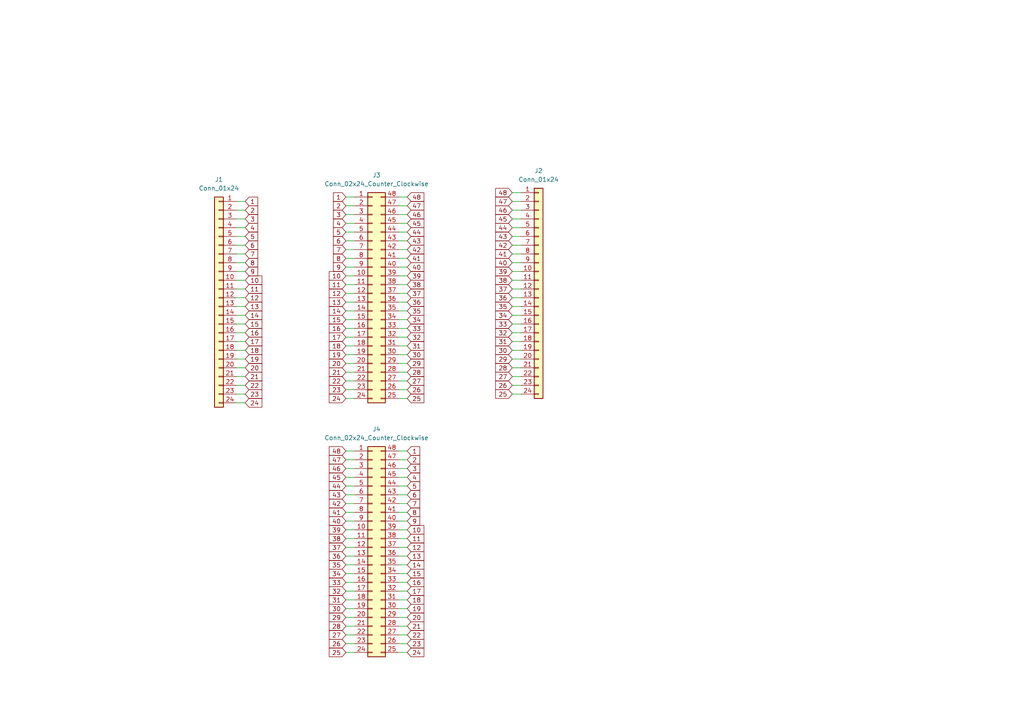
<source format=kicad_sch>
(kicad_sch (version 20230121) (generator eeschema)
  (paper "A4")
  (lib_symbols
    (symbol "Connector_Generic:Conn_01x24" (pin_names (offset 1.016) hide)
      (property "Reference" "J" (at 0 30.48 0))
      (property "Value" "Conn_01x24" (at 0 -33.02 0))
      (symbol "Conn_01x24_1_1"
        (rectangle (start -1.27 -30.353) (end 0 -30.607) (stroke (width 0.1524)))
        (rectangle (start -1.27 -27.813) (end 0 -28.067) (stroke (width 0.1524)))
        (rectangle (start -1.27 -25.273) (end 0 -25.527) (stroke (width 0.1524)))
        (rectangle (start -1.27 -22.733) (end 0 -22.987) (stroke (width 0.1524)))
        (rectangle (start -1.27 -20.193) (end 0 -20.447) (stroke (width 0.1524)))
        (rectangle (start -1.27 -17.653) (end 0 -17.907) (stroke (width 0.1524)))
        (rectangle (start -1.27 -15.113) (end 0 -15.367) (stroke (width 0.1524)))
        (rectangle (start -1.27 -12.573) (end 0 -12.827) (stroke (width 0.1524)))
        (rectangle (start -1.27 -10.033) (end 0 -10.287) (stroke (width 0.1524)))
        (rectangle (start -1.27 -7.493) (end 0 -7.747) (stroke (width 0.1524)))
        (rectangle (start -1.27 -4.953) (end 0 -5.207) (stroke (width 0.1524)))
        (rectangle (start -1.27 -2.413) (end 0 -2.667) (stroke (width 0.1524)))
        (rectangle (start -1.27 0.127) (end 0 -0.127) (stroke (width 0.1524)))
        (rectangle (start -1.27 2.667) (end 0 2.413) (stroke (width 0.1524)))
        (rectangle (start -1.27 5.207) (end 0 4.953) (stroke (width 0.1524)))
        (rectangle (start -1.27 7.747) (end 0 7.493) (stroke (width 0.1524)))
        (rectangle (start -1.27 10.287) (end 0 10.033) (stroke (width 0.1524)))
        (rectangle (start -1.27 12.827) (end 0 12.573) (stroke (width 0.1524)))
        (rectangle (start -1.27 15.367) (end 0 15.113) (stroke (width 0.1524)))
        (rectangle (start -1.27 17.907) (end 0 17.653) (stroke (width 0.1524)))
        (rectangle (start -1.27 20.447) (end 0 20.193) (stroke (width 0.1524)))
        (rectangle (start -1.27 22.987) (end 0 22.733) (stroke (width 0.1524)))
        (rectangle (start -1.27 25.527) (end 0 25.273) (stroke (width 0.1524)))
        (rectangle (start -1.27 28.067) (end 0 27.813) (stroke (width 0.1524)))
        (rectangle (start -1.27 29.21) (end 1.27 -31.75) (stroke (width 0.254)) (fill (type background)))
        (pin passive line (at -5.08 27.94 0) (length 3.81) (name "Pin_1") (number "1"))
        (pin passive line (at -5.08 5.08 0) (length 3.81) (name "Pin_10") (number "10"))
        (pin passive line (at -5.08 2.54 0) (length 3.81) (name "Pin_11") (number "11"))
        (pin passive line (at -5.08 0 0) (length 3.81) (name "Pin_12") (number "12"))
        (pin passive line (at -5.08 -2.54 0) (length 3.81) (name "Pin_13") (number "13"))
        (pin passive line (at -5.08 -5.08 0) (length 3.81) (name "Pin_14") (number "14"))
        (pin passive line (at -5.08 -7.62 0) (length 3.81) (name "Pin_15") (number "15"))
        (pin passive line (at -5.08 -10.16 0) (length 3.81) (name "Pin_16") (number "16"))
        (pin passive line (at -5.08 -12.7 0) (length 3.81) (name "Pin_17") (number "17"))
        (pin passive line (at -5.08 -15.24 0) (length 3.81) (name "Pin_18") (number "18"))
        (pin passive line (at -5.08 -17.78 0) (length 3.81) (name "Pin_19") (number "19"))
        (pin passive line (at -5.08 25.4 0) (length 3.81) (name "Pin_2") (number "2"))
        (pin passive line (at -5.08 -20.32 0) (length 3.81) (name "Pin_20") (number "20"))
        (pin passive line (at -5.08 -22.86 0) (length 3.81) (name "Pin_21") (number "21"))
        (pin passive line (at -5.08 -25.4 0) (length 3.81) (name "Pin_22") (number "22"))
        (pin passive line (at -5.08 -27.94 0) (length 3.81) (name "Pin_23") (number "23"))
        (pin passive line (at -5.08 -30.48 0) (length 3.81) (name "Pin_24") (number "24"))
        (pin passive line (at -5.08 22.86 0) (length 3.81) (name "Pin_3") (number "3"))
        (pin passive line (at -5.08 20.32 0) (length 3.81) (name "Pin_4") (number "4"))
        (pin passive line (at -5.08 17.78 0) (length 3.81) (name "Pin_5") (number "5"))
        (pin passive line (at -5.08 15.24 0) (length 3.81) (name "Pin_6") (number "6"))
        (pin passive line (at -5.08 12.7 0) (length 3.81) (name "Pin_7") (number "7"))
        (pin passive line (at -5.08 10.16 0) (length 3.81) (name "Pin_8") (number "8"))
        (pin passive line (at -5.08 7.62 0) (length 3.81) (name "Pin_9") (number "9"))
      )
    )
    (symbol "Connector_Generic:Conn_02x24_Counter_Clockwise" (pin_names (offset 1.016) hide)
      (property "Reference" "J" (at 1.27 30.48 0))
      (property "Value" "Conn_02x24_Counter_Clockwise" (at 1.27 -33.02 0))
      (symbol "Conn_02x24_Counter_Clockwise_1_1"
        (rectangle (start -1.27 -30.353) (end 0 -30.607) (stroke (width 0.1524)))
        (rectangle (start -1.27 -27.813) (end 0 -28.067) (stroke (width 0.1524)))
        (rectangle (start -1.27 -25.273) (end 0 -25.527) (stroke (width 0.1524)))
        (rectangle (start -1.27 -22.733) (end 0 -22.987) (stroke (width 0.1524)))
        (rectangle (start -1.27 -20.193) (end 0 -20.447) (stroke (width 0.1524)))
        (rectangle (start -1.27 -17.653) (end 0 -17.907) (stroke (width 0.1524)))
        (rectangle (start -1.27 -15.113) (end 0 -15.367) (stroke (width 0.1524)))
        (rectangle (start -1.27 -12.573) (end 0 -12.827) (stroke (width 0.1524)))
        (rectangle (start -1.27 -10.033) (end 0 -10.287) (stroke (width 0.1524)))
        (rectangle (start -1.27 -7.493) (end 0 -7.747) (stroke (width 0.1524)))
        (rectangle (start -1.27 -4.953) (end 0 -5.207) (stroke (width 0.1524)))
        (rectangle (start -1.27 -2.413) (end 0 -2.667) (stroke (width 0.1524)))
        (rectangle (start -1.27 0.127) (end 0 -0.127) (stroke (width 0.1524)))
        (rectangle (start -1.27 2.667) (end 0 2.413) (stroke (width 0.1524)))
        (rectangle (start -1.27 5.207) (end 0 4.953) (stroke (width 0.1524)))
        (rectangle (start -1.27 7.747) (end 0 7.493) (stroke (width 0.1524)))
        (rectangle (start -1.27 10.287) (end 0 10.033) (stroke (width 0.1524)))
        (rectangle (start -1.27 12.827) (end 0 12.573) (stroke (width 0.1524)))
        (rectangle (start -1.27 15.367) (end 0 15.113) (stroke (width 0.1524)))
        (rectangle (start -1.27 17.907) (end 0 17.653) (stroke (width 0.1524)))
        (rectangle (start -1.27 20.447) (end 0 20.193) (stroke (width 0.1524)))
        (rectangle (start -1.27 22.987) (end 0 22.733) (stroke (width 0.1524)))
        (rectangle (start -1.27 25.527) (end 0 25.273) (stroke (width 0.1524)))
        (rectangle (start -1.27 28.067) (end 0 27.813) (stroke (width 0.1524)))
        (rectangle (start -1.27 29.21) (end 3.81 -31.75) (stroke (width 0.254)) (fill (type background)))
        (rectangle (start 3.81 -30.353) (end 2.54 -30.607) (stroke (width 0.1524)))
        (rectangle (start 3.81 -27.813) (end 2.54 -28.067) (stroke (width 0.1524)))
        (rectangle (start 3.81 -25.273) (end 2.54 -25.527) (stroke (width 0.1524)))
        (rectangle (start 3.81 -22.733) (end 2.54 -22.987) (stroke (width 0.1524)))
        (rectangle (start 3.81 -20.193) (end 2.54 -20.447) (stroke (width 0.1524)))
        (rectangle (start 3.81 -17.653) (end 2.54 -17.907) (stroke (width 0.1524)))
        (rectangle (start 3.81 -15.113) (end 2.54 -15.367) (stroke (width 0.1524)))
        (rectangle (start 3.81 -12.573) (end 2.54 -12.827) (stroke (width 0.1524)))
        (rectangle (start 3.81 -10.033) (end 2.54 -10.287) (stroke (width 0.1524)))
        (rectangle (start 3.81 -7.493) (end 2.54 -7.747) (stroke (width 0.1524)))
        (rectangle (start 3.81 -4.953) (end 2.54 -5.207) (stroke (width 0.1524)))
        (rectangle (start 3.81 -2.413) (end 2.54 -2.667) (stroke (width 0.1524)))
        (rectangle (start 3.81 0.127) (end 2.54 -0.127) (stroke (width 0.1524)))
        (rectangle (start 3.81 2.667) (end 2.54 2.413) (stroke (width 0.1524)))
        (rectangle (start 3.81 5.207) (end 2.54 4.953) (stroke (width 0.1524)))
        (rectangle (start 3.81 7.747) (end 2.54 7.493) (stroke (width 0.1524)))
        (rectangle (start 3.81 10.287) (end 2.54 10.033) (stroke (width 0.1524)))
        (rectangle (start 3.81 12.827) (end 2.54 12.573) (stroke (width 0.1524)))
        (rectangle (start 3.81 15.367) (end 2.54 15.113) (stroke (width 0.1524)))
        (rectangle (start 3.81 17.907) (end 2.54 17.653) (stroke (width 0.1524)))
        (rectangle (start 3.81 20.447) (end 2.54 20.193) (stroke (width 0.1524)))
        (rectangle (start 3.81 22.987) (end 2.54 22.733) (stroke (width 0.1524)))
        (rectangle (start 3.81 25.527) (end 2.54 25.273) (stroke (width 0.1524)))
        (rectangle (start 3.81 28.067) (end 2.54 27.813) (stroke (width 0.1524)))
        (pin passive line (at -5.08 27.94 0) (length 3.81) (name "Pin_1") (number "1"))
        (pin passive line (at -5.08 5.08 0) (length 3.81) (name "Pin_10") (number "10"))
        (pin passive line (at -5.08 2.54 0) (length 3.81) (name "Pin_11") (number "11"))
        (pin passive line (at -5.08 0 0) (length 3.81) (name "Pin_12") (number "12"))
        (pin passive line (at -5.08 -2.54 0) (length 3.81) (name "Pin_13") (number "13"))
        (pin passive line (at -5.08 -5.08 0) (length 3.81) (name "Pin_14") (number "14"))
        (pin passive line (at -5.08 -7.62 0) (length 3.81) (name "Pin_15") (number "15"))
        (pin passive line (at -5.08 -10.16 0) (length 3.81) (name "Pin_16") (number "16"))
        (pin passive line (at -5.08 -12.7 0) (length 3.81) (name "Pin_17") (number "17"))
        (pin passive line (at -5.08 -15.24 0) (length 3.81) (name "Pin_18") (number "18"))
        (pin passive line (at -5.08 -17.78 0) (length 3.81) (name "Pin_19") (number "19"))
        (pin passive line (at -5.08 25.4 0) (length 3.81) (name "Pin_2") (number "2"))
        (pin passive line (at -5.08 -20.32 0) (length 3.81) (name "Pin_20") (number "20"))
        (pin passive line (at -5.08 -22.86 0) (length 3.81) (name "Pin_21") (number "21"))
        (pin passive line (at -5.08 -25.4 0) (length 3.81) (name "Pin_22") (number "22"))
        (pin passive line (at -5.08 -27.94 0) (length 3.81) (name "Pin_23") (number "23"))
        (pin passive line (at -5.08 -30.48 0) (length 3.81) (name "Pin_24") (number "24"))
        (pin passive line (at 7.62 -30.48 180) (length 3.81) (name "Pin_25") (number "25"))
        (pin passive line (at 7.62 -27.94 180) (length 3.81) (name "Pin_26") (number "26"))
        (pin passive line (at 7.62 -25.4 180) (length 3.81) (name "Pin_27") (number "27"))
        (pin passive line (at 7.62 -22.86 180) (length 3.81) (name "Pin_28") (number "28"))
        (pin passive line (at 7.62 -20.32 180) (length 3.81) (name "Pin_29") (number "29"))
        (pin passive line (at -5.08 22.86 0) (length 3.81) (name "Pin_3") (number "3"))
        (pin passive line (at 7.62 -17.78 180) (length 3.81) (name "Pin_30") (number "30"))
        (pin passive line (at 7.62 -15.24 180) (length 3.81) (name "Pin_31") (number "31"))
        (pin passive line (at 7.62 -12.7 180) (length 3.81) (name "Pin_32") (number "32"))
        (pin passive line (at 7.62 -10.16 180) (length 3.81) (name "Pin_33") (number "33"))
        (pin passive line (at 7.62 -7.62 180) (length 3.81) (name "Pin_34") (number "34"))
        (pin passive line (at 7.62 -5.08 180) (length 3.81) (name "Pin_35") (number "35"))
        (pin passive line (at 7.62 -2.54 180) (length 3.81) (name "Pin_36") (number "36"))
        (pin passive line (at 7.62 0 180) (length 3.81) (name "Pin_37") (number "37"))
        (pin passive line (at 7.62 2.54 180) (length 3.81) (name "Pin_38") (number "38"))
        (pin passive line (at 7.62 5.08 180) (length 3.81) (name "Pin_39") (number "39"))
        (pin passive line (at -5.08 20.32 0) (length 3.81) (name "Pin_4") (number "4"))
        (pin passive line (at 7.62 7.62 180) (length 3.81) (name "Pin_40") (number "40"))
        (pin passive line (at 7.62 10.16 180) (length 3.81) (name "Pin_41") (number "41"))
        (pin passive line (at 7.62 12.7 180) (length 3.81) (name "Pin_42") (number "42"))
        (pin passive line (at 7.62 15.24 180) (length 3.81) (name "Pin_43") (number "43"))
        (pin passive line (at 7.62 17.78 180) (length 3.81) (name "Pin_44") (number "44"))
        (pin passive line (at 7.62 20.32 180) (length 3.81) (name "Pin_45") (number "45"))
        (pin passive line (at 7.62 22.86 180) (length 3.81) (name "Pin_46") (number "46"))
        (pin passive line (at 7.62 25.4 180) (length 3.81) (name "Pin_47") (number "47"))
        (pin passive line (at 7.62 27.94 180) (length 3.81) (name "Pin_48") (number "48"))
        (pin passive line (at -5.08 17.78 0) (length 3.81) (name "Pin_5") (number "5"))
        (pin passive line (at -5.08 15.24 0) (length 3.81) (name "Pin_6") (number "6"))
        (pin passive line (at -5.08 12.7 0) (length 3.81) (name "Pin_7") (number "7"))
        (pin passive line (at -5.08 10.16 0) (length 3.81) (name "Pin_8") (number "8"))
        (pin passive line (at -5.08 7.62 0) (length 3.81) (name "Pin_9") (number "9"))
      )
    )
  )
  (wire (pts (xy 118.11 67.31) (xy 115.57 67.31)))
  (wire (pts (xy 100.33 107.95) (xy 102.87 107.95)))
  (wire (pts (xy 118.11 95.25) (xy 115.57 95.25)))
  (wire (pts (xy 100.33 115.57) (xy 102.87 115.57)))
  (wire (pts (xy 118.11 186.69) (xy 115.57 186.69)))
  (wire (pts (xy 118.11 92.71) (xy 115.57 92.71)))
  (wire (pts (xy 100.33 62.23) (xy 102.87 62.23)))
  (wire (pts (xy 118.11 158.75) (xy 115.57 158.75)))
  (wire (pts (xy 100.33 176.53) (xy 102.87 176.53)))
  (wire (pts (xy 118.11 140.97) (xy 115.57 140.97)))
  (wire (pts (xy 118.11 107.95) (xy 115.57 107.95)))
  (wire (pts (xy 71.12 106.68) (xy 68.58 106.68)))
  (wire (pts (xy 100.33 151.13) (xy 102.87 151.13)))
  (wire (pts (xy 100.33 110.49) (xy 102.87 110.49)))
  (wire (pts (xy 100.33 179.07) (xy 102.87 179.07)))
  (wire (pts (xy 71.12 96.52) (xy 68.58 96.52)))
  (wire (pts (xy 100.33 69.85) (xy 102.87 69.85)))
  (wire (pts (xy 71.12 88.9) (xy 68.58 88.9)))
  (wire (pts (xy 100.33 80.01) (xy 102.87 80.01)))
  (wire (pts (xy 100.33 161.29) (xy 102.87 161.29)))
  (wire (pts (xy 118.11 72.39) (xy 115.57 72.39)))
  (wire (pts (xy 148.59 76.2) (xy 151.13 76.2)))
  (wire (pts (xy 118.11 97.79) (xy 115.57 97.79)))
  (wire (pts (xy 100.33 72.39) (xy 102.87 72.39)))
  (wire (pts (xy 118.11 166.37) (xy 115.57 166.37)))
  (wire (pts (xy 118.11 179.07) (xy 115.57 179.07)))
  (wire (pts (xy 100.33 113.03) (xy 102.87 113.03)))
  (wire (pts (xy 118.11 115.57) (xy 115.57 115.57)))
  (wire (pts (xy 118.11 143.51) (xy 115.57 143.51)))
  (wire (pts (xy 148.59 104.14) (xy 151.13 104.14)))
  (wire (pts (xy 71.12 83.82) (xy 68.58 83.82)))
  (wire (pts (xy 100.33 87.63) (xy 102.87 87.63)))
  (wire (pts (xy 71.12 60.96) (xy 68.58 60.96)))
  (wire (pts (xy 148.59 99.06) (xy 151.13 99.06)))
  (wire (pts (xy 118.11 138.43) (xy 115.57 138.43)))
  (wire (pts (xy 100.33 105.41) (xy 102.87 105.41)))
  (wire (pts (xy 71.12 76.2) (xy 68.58 76.2)))
  (wire (pts (xy 71.12 91.44) (xy 68.58 91.44)))
  (wire (pts (xy 118.11 168.91) (xy 115.57 168.91)))
  (wire (pts (xy 118.11 189.23) (xy 115.57 189.23)))
  (wire (pts (xy 148.59 86.36) (xy 151.13 86.36)))
  (wire (pts (xy 118.11 80.01) (xy 115.57 80.01)))
  (wire (pts (xy 118.11 161.29) (xy 115.57 161.29)))
  (wire (pts (xy 100.33 166.37) (xy 102.87 166.37)))
  (wire (pts (xy 100.33 67.31) (xy 102.87 67.31)))
  (wire (pts (xy 71.12 78.74) (xy 68.58 78.74)))
  (wire (pts (xy 118.11 153.67) (xy 115.57 153.67)))
  (wire (pts (xy 118.11 184.15) (xy 115.57 184.15)))
  (wire (pts (xy 71.12 114.3) (xy 68.58 114.3)))
  (wire (pts (xy 100.33 156.21) (xy 102.87 156.21)))
  (wire (pts (xy 148.59 71.12) (xy 151.13 71.12)))
  (wire (pts (xy 118.11 146.05) (xy 115.57 146.05)))
  (wire (pts (xy 148.59 58.42) (xy 151.13 58.42)))
  (wire (pts (xy 100.33 173.99) (xy 102.87 173.99)))
  (wire (pts (xy 118.11 62.23) (xy 115.57 62.23)))
  (wire (pts (xy 118.11 87.63) (xy 115.57 87.63)))
  (wire (pts (xy 118.11 171.45) (xy 115.57 171.45)))
  (wire (pts (xy 71.12 116.84) (xy 68.58 116.84)))
  (wire (pts (xy 118.11 176.53) (xy 115.57 176.53)))
  (wire (pts (xy 71.12 68.58) (xy 68.58 68.58)))
  (wire (pts (xy 148.59 111.76) (xy 151.13 111.76)))
  (wire (pts (xy 148.59 73.66) (xy 151.13 73.66)))
  (wire (pts (xy 100.33 146.05) (xy 102.87 146.05)))
  (wire (pts (xy 118.11 64.77) (xy 115.57 64.77)))
  (wire (pts (xy 148.59 96.52) (xy 151.13 96.52)))
  (wire (pts (xy 118.11 181.61) (xy 115.57 181.61)))
  (wire (pts (xy 118.11 74.93) (xy 115.57 74.93)))
  (wire (pts (xy 100.33 138.43) (xy 102.87 138.43)))
  (wire (pts (xy 148.59 81.28) (xy 151.13 81.28)))
  (wire (pts (xy 148.59 78.74) (xy 151.13 78.74)))
  (wire (pts (xy 118.11 82.55) (xy 115.57 82.55)))
  (wire (pts (xy 71.12 73.66) (xy 68.58 73.66)))
  (wire (pts (xy 148.59 63.5) (xy 151.13 63.5)))
  (wire (pts (xy 148.59 66.04) (xy 151.13 66.04)))
  (wire (pts (xy 100.33 92.71) (xy 102.87 92.71)))
  (wire (pts (xy 100.33 143.51) (xy 102.87 143.51)))
  (wire (pts (xy 100.33 140.97) (xy 102.87 140.97)))
  (wire (pts (xy 100.33 186.69) (xy 102.87 186.69)))
  (wire (pts (xy 118.11 130.81) (xy 115.57 130.81)))
  (wire (pts (xy 100.33 163.83) (xy 102.87 163.83)))
  (wire (pts (xy 118.11 151.13) (xy 115.57 151.13)))
  (wire (pts (xy 100.33 90.17) (xy 102.87 90.17)))
  (wire (pts (xy 100.33 135.89) (xy 102.87 135.89)))
  (wire (pts (xy 71.12 109.22) (xy 68.58 109.22)))
  (wire (pts (xy 148.59 88.9) (xy 151.13 88.9)))
  (wire (pts (xy 100.33 102.87) (xy 102.87 102.87)))
  (wire (pts (xy 118.11 85.09) (xy 115.57 85.09)))
  (wire (pts (xy 100.33 85.09) (xy 102.87 85.09)))
  (wire (pts (xy 100.33 133.35) (xy 102.87 133.35)))
  (wire (pts (xy 100.33 77.47) (xy 102.87 77.47)))
  (wire (pts (xy 118.11 113.03) (xy 115.57 113.03)))
  (wire (pts (xy 118.11 100.33) (xy 115.57 100.33)))
  (wire (pts (xy 100.33 130.81) (xy 102.87 130.81)))
  (wire (pts (xy 100.33 148.59) (xy 102.87 148.59)))
  (wire (pts (xy 148.59 83.82) (xy 151.13 83.82)))
  (wire (pts (xy 100.33 153.67) (xy 102.87 153.67)))
  (wire (pts (xy 118.11 163.83) (xy 115.57 163.83)))
  (wire (pts (xy 100.33 97.79) (xy 102.87 97.79)))
  (wire (pts (xy 100.33 64.77) (xy 102.87 64.77)))
  (wire (pts (xy 71.12 58.42) (xy 68.58 58.42)))
  (wire (pts (xy 71.12 63.5) (xy 68.58 63.5)))
  (wire (pts (xy 118.11 135.89) (xy 115.57 135.89)))
  (wire (pts (xy 100.33 168.91) (xy 102.87 168.91)))
  (wire (pts (xy 100.33 74.93) (xy 102.87 74.93)))
  (wire (pts (xy 118.11 77.47) (xy 115.57 77.47)))
  (wire (pts (xy 118.11 110.49) (xy 115.57 110.49)))
  (wire (pts (xy 100.33 158.75) (xy 102.87 158.75)))
  (wire (pts (xy 100.33 82.55) (xy 102.87 82.55)))
  (wire (pts (xy 71.12 111.76) (xy 68.58 111.76)))
  (wire (pts (xy 118.11 69.85) (xy 115.57 69.85)))
  (wire (pts (xy 148.59 101.6) (xy 151.13 101.6)))
  (wire (pts (xy 71.12 71.12) (xy 68.58 71.12)))
  (wire (pts (xy 148.59 60.96) (xy 151.13 60.96)))
  (wire (pts (xy 71.12 86.36) (xy 68.58 86.36)))
  (wire (pts (xy 100.33 100.33) (xy 102.87 100.33)))
  (wire (pts (xy 118.11 57.15) (xy 115.57 57.15)))
  (wire (pts (xy 100.33 57.15) (xy 102.87 57.15)))
  (wire (pts (xy 71.12 104.14) (xy 68.58 104.14)))
  (wire (pts (xy 100.33 59.69) (xy 102.87 59.69)))
  (wire (pts (xy 148.59 55.88) (xy 151.13 55.88)))
  (wire (pts (xy 118.11 59.69) (xy 115.57 59.69)))
  (wire (pts (xy 148.59 109.22) (xy 151.13 109.22)))
  (wire (pts (xy 118.11 105.41) (xy 115.57 105.41)))
  (wire (pts (xy 118.11 173.99) (xy 115.57 173.99)))
  (wire (pts (xy 100.33 181.61) (xy 102.87 181.61)))
  (wire (pts (xy 71.12 93.98) (xy 68.58 93.98)))
  (wire (pts (xy 100.33 95.25) (xy 102.87 95.25)))
  (wire (pts (xy 118.11 102.87) (xy 115.57 102.87)))
  (wire (pts (xy 100.33 184.15) (xy 102.87 184.15)))
  (wire (pts (xy 118.11 90.17) (xy 115.57 90.17)))
  (wire (pts (xy 148.59 106.68) (xy 151.13 106.68)))
  (wire (pts (xy 148.59 91.44) (xy 151.13 91.44)))
  (wire (pts (xy 118.11 156.21) (xy 115.57 156.21)))
  (wire (pts (xy 71.12 81.28) (xy 68.58 81.28)))
  (wire (pts (xy 148.59 114.3) (xy 151.13 114.3)))
  (wire (pts (xy 71.12 66.04) (xy 68.58 66.04)))
  (wire (pts (xy 148.59 68.58) (xy 151.13 68.58)))
  (wire (pts (xy 148.59 93.98) (xy 151.13 93.98)))
  (wire (pts (xy 118.11 133.35) (xy 115.57 133.35)))
  (wire (pts (xy 71.12 99.06) (xy 68.58 99.06)))
  (wire (pts (xy 100.33 189.23) (xy 102.87 189.23)))
  (wire (pts (xy 71.12 101.6) (xy 68.58 101.6)))
  (wire (pts (xy 118.11 148.59) (xy 115.57 148.59)))
  (wire (pts (xy 100.33 171.45) (xy 102.87 171.45)))
  (global_label "1" (shape input) (at 71.12 58.42 0) (property "Intersheetrefs" "${INTERSHEET_REFS}" (effects hide)))
  (global_label "11" (shape input) (at 100.33 82.55 180) (property "Intersheetrefs" "${INTERSHEET_REFS}" (effects hide)))
  (global_label "19" (shape input) (at 71.12 104.14 0) (property "Intersheetrefs" "${INTERSHEET_REFS}" (effects hide)))
  (global_label "10" (shape input) (at 118.11 153.67 0) (property "Intersheetrefs" "${INTERSHEET_REFS}" (effects hide)))
  (global_label "21" (shape input) (at 100.33 107.95 180) (property "Intersheetrefs" "${INTERSHEET_REFS}" (effects hide)))
  (global_label "17" (shape input) (at 71.12 99.06 0) (property "Intersheetrefs" "${INTERSHEET_REFS}" (effects hide)))
  (global_label "7" (shape input) (at 118.11 146.05 0) (property "Intersheetrefs" "${INTERSHEET_REFS}" (effects hide)))
  (global_label "2" (shape input) (at 118.11 133.35 0) (property "Intersheetrefs" "${INTERSHEET_REFS}" (effects hide)))
  (global_label "9" (shape input) (at 118.11 151.13 0) (property "Intersheetrefs" "${INTERSHEET_REFS}" (effects hide)))
  (global_label "7" (shape input) (at 100.33 72.39 180) (property "Intersheetrefs" "${INTERSHEET_REFS}" (effects hide)))
  (global_label "38" (shape input) (at 118.11 82.55 0) (property "Intersheetrefs" "${INTERSHEET_REFS}" (effects hide)))
  (global_label "33" (shape input) (at 148.59 93.98 180) (property "Intersheetrefs" "${INTERSHEET_REFS}" (effects hide)))
  (global_label "8" (shape input) (at 118.11 148.59 0) (property "Intersheetrefs" "${INTERSHEET_REFS}" (effects hide)))
  (global_label "14" (shape input) (at 71.12 91.44 0) (property "Intersheetrefs" "${INTERSHEET_REFS}" (effects hide)))
  (global_label "18" (shape input) (at 100.33 100.33 180) (property "Intersheetrefs" "${INTERSHEET_REFS}" (effects hide)))
  (global_label "18" (shape input) (at 71.12 101.6 0) (property "Intersheetrefs" "${INTERSHEET_REFS}" (effects hide)))
  (global_label "32" (shape input) (at 148.59 96.52 180) (property "Intersheetrefs" "${INTERSHEET_REFS}" (effects hide)))
  (global_label "28" (shape input) (at 148.59 106.68 180) (property "Intersheetrefs" "${INTERSHEET_REFS}" (effects hide)))
  (global_label "4" (shape input) (at 71.12 66.04 0) (property "Intersheetrefs" "${INTERSHEET_REFS}" (effects hide)))
  (global_label "2" (shape input) (at 100.33 59.69 180) (property "Intersheetrefs" "${INTERSHEET_REFS}" (effects hide)))
  (global_label "41" (shape input) (at 148.59 73.66 180) (property "Intersheetrefs" "${INTERSHEET_REFS}" (effects hide)))
  (global_label "26" (shape input) (at 148.59 111.76 180) (property "Intersheetrefs" "${INTERSHEET_REFS}" (effects hide)))
  (global_label "20" (shape input) (at 71.12 106.68 0) (property "Intersheetrefs" "${INTERSHEET_REFS}" (effects hide)))
  (global_label "35" (shape input) (at 118.11 90.17 0) (property "Intersheetrefs" "${INTERSHEET_REFS}" (effects hide)))
  (global_label "4" (shape input) (at 118.11 138.43 0) (property "Intersheetrefs" "${INTERSHEET_REFS}" (effects hide)))
  (global_label "39" (shape input) (at 148.59 78.74 180) (property "Intersheetrefs" "${INTERSHEET_REFS}" (effects hide)))
  (global_label "33" (shape input) (at 118.11 95.25 0) (property "Intersheetrefs" "${INTERSHEET_REFS}" (effects hide)))
  (global_label "8" (shape input) (at 71.12 76.2 0) (property "Intersheetrefs" "${INTERSHEET_REFS}" (effects hide)))
  (global_label "16" (shape input) (at 71.12 96.52 0) (property "Intersheetrefs" "${INTERSHEET_REFS}" (effects hide)))
  (global_label "6" (shape input) (at 118.11 143.51 0) (property "Intersheetrefs" "${INTERSHEET_REFS}" (effects hide)))
  (global_label "47" (shape input) (at 148.59 58.42 180) (property "Intersheetrefs" "${INTERSHEET_REFS}" (effects hide)))
  (global_label "48" (shape input) (at 118.11 57.15 0) (property "Intersheetrefs" "${INTERSHEET_REFS}" (effects hide)))
  (global_label "33" (shape input) (at 100.33 168.91 180) (property "Intersheetrefs" "${INTERSHEET_REFS}" (effects hide)))
  (global_label "20" (shape input) (at 100.33 105.41 180) (property "Intersheetrefs" "${INTERSHEET_REFS}" (effects hide)))
  (global_label "10" (shape input) (at 100.33 80.01 180) (property "Intersheetrefs" "${INTERSHEET_REFS}" (effects hide)))
  (global_label "44" (shape input) (at 100.33 140.97 180) (property "Intersheetrefs" "${INTERSHEET_REFS}" (effects hide)))
  (global_label "34" (shape input) (at 148.59 91.44 180) (property "Intersheetrefs" "${INTERSHEET_REFS}" (effects hide)))
  (global_label "12" (shape input) (at 118.11 158.75 0) (property "Intersheetrefs" "${INTERSHEET_REFS}" (effects hide)))
  (global_label "45" (shape input) (at 100.33 138.43 180) (property "Intersheetrefs" "${INTERSHEET_REFS}" (effects hide)))
  (global_label "46" (shape input) (at 100.33 135.89 180) (property "Intersheetrefs" "${INTERSHEET_REFS}" (effects hide)))
  (global_label "40" (shape input) (at 118.11 77.47 0) (property "Intersheetrefs" "${INTERSHEET_REFS}" (effects hide)))
  (global_label "14" (shape input) (at 118.11 163.83 0) (property "Intersheetrefs" "${INTERSHEET_REFS}" (effects hide)))
  (global_label "41" (shape input) (at 118.11 74.93 0) (property "Intersheetrefs" "${INTERSHEET_REFS}" (effects hide)))
  (global_label "47" (shape input) (at 100.33 133.35 180) (property "Intersheetrefs" "${INTERSHEET_REFS}" (effects hide)))
  (global_label "28" (shape input) (at 100.33 181.61 180) (property "Intersheetrefs" "${INTERSHEET_REFS}" (effects hide)))
  (global_label "10" (shape input) (at 71.12 81.28 0) (property "Intersheetrefs" "${INTERSHEET_REFS}" (effects hide)))
  (global_label "7" (shape input) (at 71.12 73.66 0) (property "Intersheetrefs" "${INTERSHEET_REFS}" (effects hide)))
  (global_label "1" (shape input) (at 118.11 130.81 0) (property "Intersheetrefs" "${INTERSHEET_REFS}" (effects hide)))
  (global_label "37" (shape input) (at 148.59 83.82 180) (property "Intersheetrefs" "${INTERSHEET_REFS}" (effects hide)))
  (global_label "35" (shape input) (at 100.33 163.83 180) (property "Intersheetrefs" "${INTERSHEET_REFS}" (effects hide)))
  (global_label "30" (shape input) (at 148.59 101.6 180) (property "Intersheetrefs" "${INTERSHEET_REFS}" (effects hide)))
  (global_label "6" (shape input) (at 71.12 71.12 0) (property "Intersheetrefs" "${INTERSHEET_REFS}" (effects hide)))
  (global_label "34" (shape input) (at 100.33 166.37 180) (property "Intersheetrefs" "${INTERSHEET_REFS}" (effects hide)))
  (global_label "31" (shape input) (at 148.59 99.06 180) (property "Intersheetrefs" "${INTERSHEET_REFS}" (effects hide)))
  (global_label "28" (shape input) (at 118.11 107.95 0) (property "Intersheetrefs" "${INTERSHEET_REFS}" (effects hide)))
  (global_label "25" (shape input) (at 118.11 115.57 0) (property "Intersheetrefs" "${INTERSHEET_REFS}" (effects hide)))
  (global_label "31" (shape input) (at 118.11 100.33 0) (property "Intersheetrefs" "${INTERSHEET_REFS}" (effects hide)))
  (global_label "37" (shape input) (at 118.11 85.09 0) (property "Intersheetrefs" "${INTERSHEET_REFS}" (effects hide)))
  (global_label "14" (shape input) (at 100.33 90.17 180) (property "Intersheetrefs" "${INTERSHEET_REFS}" (effects hide)))
  (global_label "48" (shape input) (at 100.33 130.81 180) (property "Intersheetrefs" "${INTERSHEET_REFS}" (effects hide)))
  (global_label "15" (shape input) (at 118.11 166.37 0) (property "Intersheetrefs" "${INTERSHEET_REFS}" (effects hide)))
  (global_label "3" (shape input) (at 100.33 62.23 180) (property "Intersheetrefs" "${INTERSHEET_REFS}" (effects hide)))
  (global_label "42" (shape input) (at 100.33 146.05 180) (property "Intersheetrefs" "${INTERSHEET_REFS}" (effects hide)))
  (global_label "21" (shape input) (at 71.12 109.22 0) (property "Intersheetrefs" "${INTERSHEET_REFS}" (effects hide)))
  (global_label "43" (shape input) (at 148.59 68.58 180) (property "Intersheetrefs" "${INTERSHEET_REFS}" (effects hide)))
  (global_label "11" (shape input) (at 71.12 83.82 0) (property "Intersheetrefs" "${INTERSHEET_REFS}" (effects hide)))
  (global_label "39" (shape input) (at 100.33 153.67 180) (property "Intersheetrefs" "${INTERSHEET_REFS}" (effects hide)))
  (global_label "19" (shape input) (at 118.11 176.53 0) (property "Intersheetrefs" "${INTERSHEET_REFS}" (effects hide)))
  (global_label "23" (shape input) (at 100.33 113.03 180) (property "Intersheetrefs" "${INTERSHEET_REFS}" (effects hide)))
  (global_label "26" (shape input) (at 118.11 113.03 0) (property "Intersheetrefs" "${INTERSHEET_REFS}" (effects hide)))
  (global_label "6" (shape input) (at 100.33 69.85 180) (property "Intersheetrefs" "${INTERSHEET_REFS}" (effects hide)))
  (global_label "44" (shape input) (at 148.59 66.04 180) (property "Intersheetrefs" "${INTERSHEET_REFS}" (effects hide)))
  (global_label "5" (shape input) (at 118.11 140.97 0) (property "Intersheetrefs" "${INTERSHEET_REFS}" (effects hide)))
  (global_label "13" (shape input) (at 71.12 88.9 0) (property "Intersheetrefs" "${INTERSHEET_REFS}" (effects hide)))
  (global_label "32" (shape input) (at 100.33 171.45 180) (property "Intersheetrefs" "${INTERSHEET_REFS}" (effects hide)))
  (global_label "46" (shape input) (at 118.11 62.23 0) (property "Intersheetrefs" "${INTERSHEET_REFS}" (effects hide)))
  (global_label "31" (shape input) (at 100.33 173.99 180) (property "Intersheetrefs" "${INTERSHEET_REFS}" (effects hide)))
  (global_label "29" (shape input) (at 148.59 104.14 180) (property "Intersheetrefs" "${INTERSHEET_REFS}" (effects hide)))
  (global_label "41" (shape input) (at 100.33 148.59 180) (property "Intersheetrefs" "${INTERSHEET_REFS}" (effects hide)))
  (global_label "45" (shape input) (at 118.11 64.77 0) (property "Intersheetrefs" "${INTERSHEET_REFS}" (effects hide)))
  (global_label "42" (shape input) (at 118.11 72.39 0) (property "Intersheetrefs" "${INTERSHEET_REFS}" (effects hide)))
  (global_label "2" (shape input) (at 71.12 60.96 0) (property "Intersheetrefs" "${INTERSHEET_REFS}" (effects hide)))
  (global_label "29" (shape input) (at 118.11 105.41 0) (property "Intersheetrefs" "${INTERSHEET_REFS}" (effects hide)))
  (global_label "11" (shape input) (at 118.11 156.21 0) (property "Intersheetrefs" "${INTERSHEET_REFS}" (effects hide)))
  (global_label "4" (shape input) (at 100.33 64.77 180) (property "Intersheetrefs" "${INTERSHEET_REFS}" (effects hide)))
  (global_label "46" (shape input) (at 148.59 60.96 180) (property "Intersheetrefs" "${INTERSHEET_REFS}" (effects hide)))
  (global_label "23" (shape input) (at 118.11 186.69 0) (property "Intersheetrefs" "${INTERSHEET_REFS}" (effects hide)))
  (global_label "38" (shape input) (at 148.59 81.28 180) (property "Intersheetrefs" "${INTERSHEET_REFS}" (effects hide)))
  (global_label "22" (shape input) (at 100.33 110.49 180) (property "Intersheetrefs" "${INTERSHEET_REFS}" (effects hide)))
  (global_label "38" (shape input) (at 100.33 156.21 180) (property "Intersheetrefs" "${INTERSHEET_REFS}" (effects hide)))
  (global_label "22" (shape input) (at 118.11 184.15 0) (property "Intersheetrefs" "${INTERSHEET_REFS}" (effects hide)))
  (global_label "24" (shape input) (at 100.33 115.57 180) (property "Intersheetrefs" "${INTERSHEET_REFS}" (effects hide)))
  (global_label "34" (shape input) (at 118.11 92.71 0) (property "Intersheetrefs" "${INTERSHEET_REFS}" (effects hide)))
  (global_label "24" (shape input) (at 118.11 189.23 0) (property "Intersheetrefs" "${INTERSHEET_REFS}" (effects hide)))
  (global_label "43" (shape input) (at 118.11 69.85 0) (property "Intersheetrefs" "${INTERSHEET_REFS}" (effects hide)))
  (global_label "48" (shape input) (at 148.59 55.88 180) (property "Intersheetrefs" "${INTERSHEET_REFS}" (effects hide)))
  (global_label "27" (shape input) (at 148.59 109.22 180) (property "Intersheetrefs" "${INTERSHEET_REFS}" (effects hide)))
  (global_label "18" (shape input) (at 118.11 173.99 0) (property "Intersheetrefs" "${INTERSHEET_REFS}" (effects hide)))
  (global_label "3" (shape input) (at 71.12 63.5 0) (property "Intersheetrefs" "${INTERSHEET_REFS}" (effects hide)))
  (global_label "37" (shape input) (at 100.33 158.75 180) (property "Intersheetrefs" "${INTERSHEET_REFS}" (effects hide)))
  (global_label "12" (shape input) (at 71.12 86.36 0) (property "Intersheetrefs" "${INTERSHEET_REFS}" (effects hide)))
  (global_label "21" (shape input) (at 118.11 181.61 0) (property "Intersheetrefs" "${INTERSHEET_REFS}" (effects hide)))
  (global_label "23" (shape input) (at 71.12 114.3 0) (property "Intersheetrefs" "${INTERSHEET_REFS}" (effects hide)))
  (global_label "29" (shape input) (at 100.33 179.07 180) (property "Intersheetrefs" "${INTERSHEET_REFS}" (effects hide)))
  (global_label "20" (shape input) (at 118.11 179.07 0) (property "Intersheetrefs" "${INTERSHEET_REFS}" (effects hide)))
  (global_label "8" (shape input) (at 100.33 74.93 180) (property "Intersheetrefs" "${INTERSHEET_REFS}" (effects hide)))
  (global_label "45" (shape input) (at 148.59 63.5 180) (property "Intersheetrefs" "${INTERSHEET_REFS}" (effects hide)))
  (global_label "16" (shape input) (at 100.33 95.25 180) (property "Intersheetrefs" "${INTERSHEET_REFS}" (effects hide)))
  (global_label "26" (shape input) (at 100.33 186.69 180) (property "Intersheetrefs" "${INTERSHEET_REFS}" (effects hide)))
  (global_label "17" (shape input) (at 118.11 171.45 0) (property "Intersheetrefs" "${INTERSHEET_REFS}" (effects hide)))
  (global_label "12" (shape input) (at 100.33 85.09 180) (property "Intersheetrefs" "${INTERSHEET_REFS}" (effects hide)))
  (global_label "17" (shape input) (at 100.33 97.79 180) (property "Intersheetrefs" "${INTERSHEET_REFS}" (effects hide)))
  (global_label "39" (shape input) (at 118.11 80.01 0) (property "Intersheetrefs" "${INTERSHEET_REFS}" (effects hide)))
  (global_label "19" (shape input) (at 100.33 102.87 180) (property "Intersheetrefs" "${INTERSHEET_REFS}" (effects hide)))
  (global_label "36" (shape input) (at 100.33 161.29 180) (property "Intersheetrefs" "${INTERSHEET_REFS}" (effects hide)))
  (global_label "16" (shape input) (at 118.11 168.91 0) (property "Intersheetrefs" "${INTERSHEET_REFS}" (effects hide)))
  (global_label "15" (shape input) (at 100.33 92.71 180) (property "Intersheetrefs" "${INTERSHEET_REFS}" (effects hide)))
  (global_label "35" (shape input) (at 148.59 88.9 180) (property "Intersheetrefs" "${INTERSHEET_REFS}" (effects hide)))
  (global_label "5" (shape input) (at 100.33 67.31 180) (property "Intersheetrefs" "${INTERSHEET_REFS}" (effects hide)))
  (global_label "27" (shape input) (at 100.33 184.15 180) (property "Intersheetrefs" "${INTERSHEET_REFS}" (effects hide)))
  (global_label "43" (shape input) (at 100.33 143.51 180) (property "Intersheetrefs" "${INTERSHEET_REFS}" (effects hide)))
  (global_label "25" (shape input) (at 148.59 114.3 180) (property "Intersheetrefs" "${INTERSHEET_REFS}" (effects hide)))
  (global_label "42" (shape input) (at 148.59 71.12 180) (property "Intersheetrefs" "${INTERSHEET_REFS}" (effects hide)))
  (global_label "32" (shape input) (at 118.11 97.79 0) (property "Intersheetrefs" "${INTERSHEET_REFS}" (effects hide)))
  (global_label "40" (shape input) (at 100.33 151.13 180) (property "Intersheetrefs" "${INTERSHEET_REFS}" (effects hide)))
  (global_label "9" (shape input) (at 100.33 77.47 180) (property "Intersheetrefs" "${INTERSHEET_REFS}" (effects hide)))
  (global_label "30" (shape input) (at 100.33 176.53 180) (property "Intersheetrefs" "${INTERSHEET_REFS}" (effects hide)))
  (global_label "13" (shape input) (at 118.11 161.29 0) (property "Intersheetrefs" "${INTERSHEET_REFS}" (effects hide)))
  (global_label "24" (shape input) (at 71.12 116.84 0) (property "Intersheetrefs" "${INTERSHEET_REFS}" (effects hide)))
  (global_label "15" (shape input) (at 71.12 93.98 0) (property "Intersheetrefs" "${INTERSHEET_REFS}" (effects hide)))
  (global_label "13" (shape input) (at 100.33 87.63 180) (property "Intersheetrefs" "${INTERSHEET_REFS}" (effects hide)))
  (global_label "3" (shape input) (at 118.11 135.89 0) (property "Intersheetrefs" "${INTERSHEET_REFS}" (effects hide)))
  (global_label "36" (shape input) (at 118.11 87.63 0) (property "Intersheetrefs" "${INTERSHEET_REFS}" (effects hide)))
  (global_label "9" (shape input) (at 71.12 78.74 0) (property "Intersheetrefs" "${INTERSHEET_REFS}" (effects hide)))
  (global_label "22" (shape input) (at 71.12 111.76 0) (property "Intersheetrefs" "${INTERSHEET_REFS}" (effects hide)))
  (global_label "44" (shape input) (at 118.11 67.31 0) (property "Intersheetrefs" "${INTERSHEET_REFS}" (effects hide)))
  (global_label "36" (shape input) (at 148.59 86.36 180) (property "Intersheetrefs" "${INTERSHEET_REFS}" (effects hide)))
  (global_label "25" (shape input) (at 100.33 189.23 180) (property "Intersheetrefs" "${INTERSHEET_REFS}" (effects hide)))
  (global_label "30" (shape input) (at 118.11 102.87 0) (property "Intersheetrefs" "${INTERSHEET_REFS}" (effects hide)))
  (global_label "27" (shape input) (at 118.11 110.49 0) (property "Intersheetrefs" "${INTERSHEET_REFS}" (effects hide)))
  (global_label "47" (shape input) (at 118.11 59.69 0) (property "Intersheetrefs" "${INTERSHEET_REFS}" (effects hide)))
  (global_label "1" (shape input) (at 100.33 57.15 180) (property "Intersheetrefs" "${INTERSHEET_REFS}" (effects hide)))
  (global_label "40" (shape input) (at 148.59 76.2 180) (property "Intersheetrefs" "${INTERSHEET_REFS}" (effects hide)))
  (global_label "5" (shape input) (at 71.12 68.58 0) (property "Intersheetrefs" "${INTERSHEET_REFS}" (effects hide)))
  (symbol (lib_id "Connector_Generic:Conn_02x24_Counter_Clockwise") (at 107.95 158.75 0) (unit 1)
    (property "Reference" "J4" (at 109.22 124.46 0))
    (property "Value" "Conn_02x24_Counter_Clockwise" (at 109.22 127 0))
    (property "Footprint" "Package_DFN_QFN:QFN-48-1EP_7x7mm_P0.5mm_EP5.15x5.15mm" (effects hide))
  )
  (symbol (lib_id "Connector_Generic:Conn_02x24_Counter_Clockwise") (at 107.95 85.09 0) (unit 1)
    (property "Reference" "J3" (at 109.22 50.8 0))
    (property "Value" "Conn_02x24_Counter_Clockwise" (at 109.22 53.34 0))
    (property "Footprint" "Package_QFP:LQFP-48-1EP_7x7mm_P0.5mm_EP3.6x3.6mm" (effects hide))
  )
  (symbol (lib_id "Connector_Generic:Conn_01x24") (at 156.21 83.82 0) (unit 1)
    (property "Reference" "J2" (at 156.21 49.53 0))
    (property "Value" "Conn_01x24" (at 156.21 52.07 0))
    (property "Footprint" "Custom:PinHeader_1x24_P2.54mm_Vertical_no_silk" (effects hide))
  )
  (symbol (lib_id "Connector_Generic:Conn_01x24") (at 63.5 86.36 0) (mirror y) (unit 1)
    (property "Reference" "J1" (at 63.5 52.07 0))
    (property "Value" "Conn_01x24" (at 63.5 54.61 0))
    (property "Footprint" "Custom:PinHeader_1x24_P2.54mm_Vertical_no_silk" (effects hide))
  )
)
</source>
